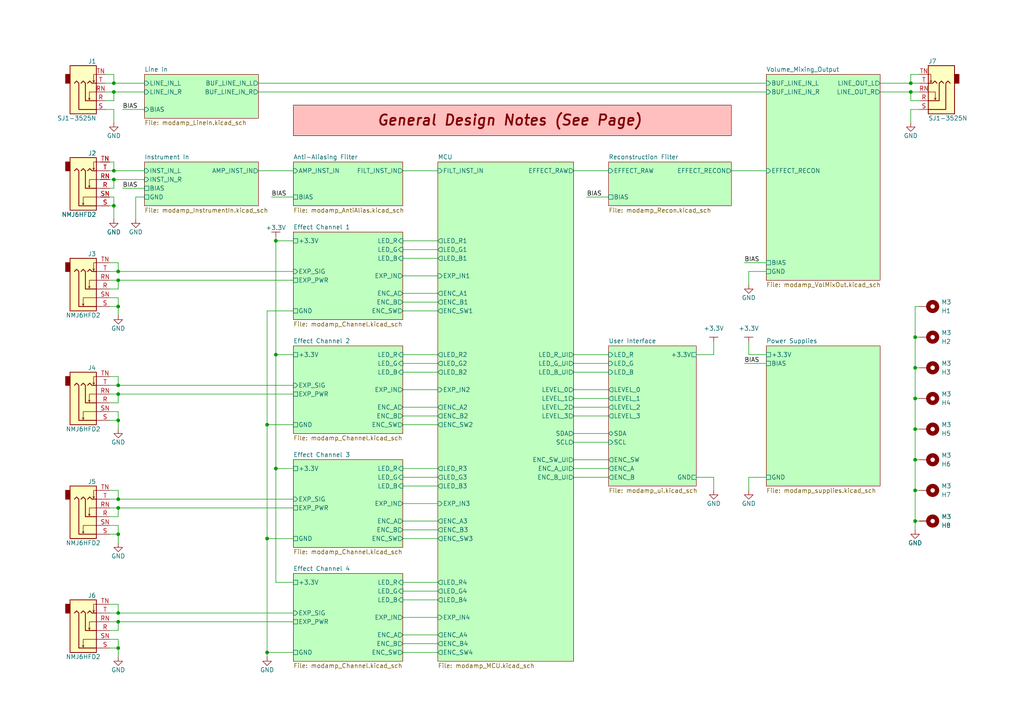
<source format=kicad_sch>
(kicad_sch (version 20230121) (generator eeschema)
  (paper "A4")
  (title_block (title "Digital Audio Effects Processor") (date "2023-11-26") (rev "A") (company "Ishaan Govindarajan"))
  (lib_symbols
    (symbol "Custom-Connector:NMJ6HFD2"
      (property "Reference" "J" (at 0 11.43 0))
      (property "Value" "NMJ6HFD2" (at 0 8.89 0))
      (symbol "NMJ6HFD2_0_1"
        (rectangle (start -6.35 -5.08) (end -7.62 -7.62) (stroke (width 0.254)) (fill (type outline)))
        (polyline (pts (xy -2.54 4.826) (xy -2.286 4.318)))
        (polyline (pts (xy -0.762 -0.254) (xy -0.508 -0.762)))
        (polyline (pts (xy 0.508 -5.334) (xy 0.762 -5.842)))
        (polyline (pts (xy 1.27 0) (xy 2.54 0)))
        (polyline (pts (xy 2.54 -5.08) (xy 1.27 -5.08)))
        (polyline (pts (xy 2.54 5.08) (xy 1.27 5.08)))
        (polyline (pts (xy -1.27 -5.08) (xy -0.635 -5.715) (xy 0 -5.08) (xy 1.27 -5.08)) (stroke (width 0.254)))
        (polyline (pts (xy 2.54 -7.62) (xy 0.508 -7.62) (xy 0.508 -5.334) (xy 0.254 -5.842)))
        (polyline (pts (xy 2.54 -2.54) (xy -0.762 -2.54) (xy -0.762 -0.254) (xy -1.016 -0.762)))
        (polyline (pts (xy 2.54 2.54) (xy -2.54 2.54) (xy -2.54 4.826) (xy -2.794 4.318)))
        (polyline (pts (xy -3.175 -5.08) (xy -2.54 -5.715) (xy -1.905 -5.08) (xy -1.905 0) (xy 1.27 0)) (stroke (width 0.254)))
        (polyline (pts (xy 1.27 5.08) (xy -3.81 5.08) (xy -3.81 -5.08) (xy -4.445 -5.715) (xy -5.08 -5.08)) (stroke (width 0.254)))
        (rectangle (start 1.27 6.35) (end -6.35 -8.89) (stroke (width 0.254)) (fill (type background)))
      )
      (symbol "NMJ6HFD2_1_1"
        (pin passive line (at 5.08 0 180) (length 2.54) (name "~") (number "R"))
        (pin passive line (at 5.08 -2.54 180) (length 2.54) (name "~") (number "RN"))
        (pin passive line (at 5.08 5.08 180) (length 2.54) (name "~") (number "S"))
        (pin passive line (at 5.08 2.54 180) (length 2.54) (name "~") (number "SN"))
        (pin passive line (at 5.08 -5.08 180) (length 2.54) (name "~") (number "T"))
        (pin passive line (at 5.08 -7.62 180) (length 2.54) (name "~") (number "TN"))
      )
    )
    (symbol "Custom-Connector:SJ1-3525N"
      (property "Reference" "J" (at 0 8.89 0))
      (property "Value" "SJ1-3525N" (at 0 6.35 0))
      (symbol "SJ1-3525N_0_1"
        (rectangle (start -5.08 -5.08) (end -6.35 -7.62) (stroke (width 0.254)) (fill (type outline)))
        (polyline (pts (xy 0.508 -0.254) (xy 0.762 -0.762)))
        (polyline (pts (xy 1.778 -5.334) (xy 2.032 -5.842)))
        (polyline (pts (xy 0 -5.08) (xy 0.635 -5.715) (xy 1.27 -5.08) (xy 2.54 -5.08)) (stroke (width 0.254)))
        (polyline (pts (xy 2.54 -7.62) (xy 1.778 -7.62) (xy 1.778 -5.334) (xy 1.524 -5.842)))
        (polyline (pts (xy 2.54 -2.54) (xy 0.508 -2.54) (xy 0.508 -0.254) (xy 0.254 -0.762)))
        (polyline (pts (xy -1.905 -5.08) (xy -1.27 -5.715) (xy -0.635 -5.08) (xy -0.635 0) (xy 2.54 0)) (stroke (width 0.254)))
        (polyline (pts (xy 2.54 2.54) (xy -2.54 2.54) (xy -2.54 -5.08) (xy -3.175 -5.715) (xy -3.81 -5.08)) (stroke (width 0.254)))
        (rectangle (start 2.54 3.81) (end -5.08 -10.16) (stroke (width 0.254)) (fill (type background)))
      )
      (symbol "SJ1-3525N_1_1"
        (pin passive line (at 5.08 0 180) (length 2.54) (name "~") (number "R"))
        (pin passive line (at 5.08 -2.54 180) (length 2.54) (name "~") (number "RN"))
        (pin passive line (at 5.08 2.54 180) (length 2.54) (name "~") (number "S"))
        (pin passive line (at 5.08 -5.08 180) (length 2.54) (name "~") (number "T"))
        (pin passive line (at 5.08 -7.62 180) (length 2.54) (name "~") (number "TN"))
      )
    )
    (symbol "Custom-PwrSym:+3.3V" (power) (pin_names (offset 0))
      (property "Value" "+3.3V" (at 0 2.54 0))
      (symbol "+3.3V_0_1"
        (polyline (pts (xy -1.27 1.27) (xy 1.27 1.27)))
        (polyline (pts (xy 0 0) (xy 0 1.27)))
      )
      (symbol "+3.3V_1_1"
        (pin power_in line (at 0 0 90) (length 0) hide (name "+3.3V") (number "1"))
      )
    )
    (symbol "Mechanical:MountingHole_Pad" (pin_numbers hide) (pin_names (offset 1.016) hide)
      (property "Reference" "H" (at 0 6.35 0))
      (property "Value" "MountingHole_Pad" (at 0 4.445 0))
      (symbol "MountingHole_Pad_0_1"
        (circle (center 0 1.27) (radius 1.27) (stroke (width 1.27)))
      )
      (symbol "MountingHole_Pad_1_1"
        (pin input line (at 0 -2.54 90) (length 2.54) (name "1") (number "1"))
      )
    )
    (symbol "power:GND" (power) (pin_names (offset 0))
      (property "Value" "GND" (at 0 -3.81 0))
      (symbol "GND_0_1"
        (polyline (pts (xy 0 0) (xy 0 -1.27) (xy 1.27 -1.27) (xy 0 -2.54) (xy -1.27 -1.27) (xy 0 -1.27)))
      )
      (symbol "GND_1_1"
        (pin power_in line (at 0 0 270) (length 0) hide (name "GND") (number "1"))
      )
    )
  )
  (junction (at 33.02 52.07))
  (junction (at 265.43 133.35))
  (junction (at 77.47 123.19))
  (junction (at 34.29 187.96))
  (junction (at 34.29 121.92))
  (junction (at 34.29 114.3))
  (junction (at 77.47 189.23))
  (junction (at 265.43 142.24))
  (junction (at 34.29 78.74))
  (junction (at 34.29 147.32))
  (junction (at 33.02 26.67))
  (junction (at 34.29 81.28))
  (junction (at 34.29 144.78))
  (junction (at 77.47 156.21))
  (junction (at 265.43 151.13))
  (junction (at 33.02 59.69))
  (junction (at 80.01 69.85))
  (junction (at 34.29 111.76))
  (junction (at 80.01 135.89))
  (junction (at 80.01 102.87))
  (junction (at 265.43 97.79))
  (junction (at 34.29 177.8))
  (junction (at 265.43 115.57))
  (junction (at 33.02 49.53))
  (junction (at 34.29 88.9))
  (junction (at 34.29 180.34))
  (junction (at 265.43 124.46))
  (junction (at 264.16 26.67))
  (junction (at 34.29 154.94))
  (junction (at 33.02 24.13))
  (junction (at 264.16 24.13))
  (junction (at 265.43 106.68))
  (wire (pts (xy 217.17 142.24) (xy 217.17 138.43)))
  (wire (pts (xy 31.75 81.28) (xy 34.29 81.28)))
  (wire (pts (xy 116.84 146.05) (xy 127 146.05)))
  (wire (pts (xy 34.29 88.9) (xy 34.29 91.44)))
  (wire (pts (xy 80.01 102.87) (xy 85.09 102.87)))
  (wire (pts (xy 116.84 90.17) (xy 127 90.17)))
  (wire (pts (xy 31.75 86.36) (xy 34.29 86.36)))
  (wire (pts (xy 31.75 46.99) (xy 33.02 46.99)))
  (wire (pts (xy 34.29 121.92) (xy 34.29 124.46)))
  (wire (pts (xy 166.37 128.27) (xy 176.53 128.27)))
  (wire (pts (xy 166.37 107.95) (xy 176.53 107.95)))
  (wire (pts (xy 33.02 26.67) (xy 33.02 29.21)))
  (wire (pts (xy 80.01 68.58) (xy 80.01 69.85)))
  (wire (pts (xy 207.01 138.43) (xy 201.93 138.43)))
  (wire (pts (xy 33.02 35.56) (xy 33.02 31.75)))
  (wire (pts (xy 34.29 114.3) (xy 85.09 114.3)))
  (wire (pts (xy 33.02 24.13) (xy 41.91 24.13)))
  (wire (pts (xy 266.7 97.79) (xy 265.43 97.79)))
  (wire (pts (xy 33.02 57.15) (xy 31.75 57.15)))
  (wire (pts (xy 85.09 189.23) (xy 77.47 189.23)))
  (wire (pts (xy 78.74 57.15) (xy 85.09 57.15)))
  (wire (pts (xy 166.37 118.11) (xy 176.53 118.11)))
  (wire (pts (xy 34.29 149.86) (xy 31.75 149.86)))
  (wire (pts (xy 85.09 144.78) (xy 34.29 144.78)))
  (wire (pts (xy 116.84 120.65) (xy 127 120.65)))
  (wire (pts (xy 85.09 111.76) (xy 34.29 111.76)))
  (wire (pts (xy 80.01 69.85) (xy 85.09 69.85)))
  (wire (pts (xy 116.84 189.23) (xy 127 189.23)))
  (wire (pts (xy 166.37 138.43) (xy 176.53 138.43)))
  (wire (pts (xy 33.02 29.21) (xy 30.48 29.21)))
  (wire (pts (xy 34.29 185.42) (xy 34.29 187.96)))
  (wire (pts (xy 34.29 147.32) (xy 34.29 149.86)))
  (wire (pts (xy 31.75 152.4) (xy 34.29 152.4)))
  (wire (pts (xy 255.27 26.67) (xy 264.16 26.67)))
  (wire (pts (xy 34.29 109.22) (xy 34.29 111.76)))
  (wire (pts (xy 166.37 125.73) (xy 176.53 125.73)))
  (wire (pts (xy 85.09 177.8) (xy 34.29 177.8)))
  (wire (pts (xy 116.84 102.87) (xy 127 102.87)))
  (wire (pts (xy 166.37 115.57) (xy 176.53 115.57)))
  (wire (pts (xy 34.29 86.36) (xy 34.29 88.9)))
  (wire (pts (xy 166.37 120.65) (xy 176.53 120.65)))
  (wire (pts (xy 74.93 24.13) (xy 222.25 24.13)))
  (wire (pts (xy 80.01 102.87) (xy 80.01 135.89)))
  (wire (pts (xy 217.17 138.43) (xy 222.25 138.43)))
  (wire (pts (xy 80.01 135.89) (xy 80.01 168.91)))
  (wire (pts (xy 77.47 123.19) (xy 77.47 156.21)))
  (wire (pts (xy 116.84 113.03) (xy 127 113.03)))
  (wire (pts (xy 31.75 88.9) (xy 34.29 88.9)))
  (wire (pts (xy 74.93 26.67) (xy 222.25 26.67)))
  (wire (pts (xy 33.02 26.67) (xy 41.91 26.67)))
  (wire (pts (xy 34.29 76.2) (xy 34.29 78.74)))
  (wire (pts (xy 116.84 118.11) (xy 127 118.11)))
  (wire (pts (xy 166.37 49.53) (xy 176.53 49.53)))
  (wire (pts (xy 31.75 180.34) (xy 34.29 180.34)))
  (wire (pts (xy 31.75 187.96) (xy 34.29 187.96)))
  (wire (pts (xy 116.84 74.93) (xy 127 74.93)))
  (wire (pts (xy 265.43 106.68) (xy 265.43 115.57)))
  (wire (pts (xy 265.43 151.13) (xy 265.43 153.67)))
  (wire (pts (xy 116.84 179.07) (xy 127 179.07)))
  (wire (pts (xy 34.29 152.4) (xy 34.29 154.94)))
  (wire (pts (xy 264.16 26.67) (xy 264.16 29.21)))
  (wire (pts (xy 34.29 119.38) (xy 34.29 121.92)))
  (wire (pts (xy 31.75 175.26) (xy 34.29 175.26)))
  (wire (pts (xy 31.75 59.69) (xy 33.02 59.69)))
  (wire (pts (xy 116.84 186.69) (xy 127 186.69)))
  (wire (pts (xy 266.7 88.9) (xy 265.43 88.9)))
  (wire (pts (xy 31.75 177.8) (xy 34.29 177.8)))
  (wire (pts (xy 31.75 111.76) (xy 34.29 111.76)))
  (wire (pts (xy 77.47 189.23) (xy 77.47 190.5)))
  (wire (pts (xy 207.01 142.24) (xy 207.01 138.43)))
  (wire (pts (xy 116.84 49.53) (xy 127 49.53)))
  (wire (pts (xy 33.02 49.53) (xy 41.91 49.53)))
  (wire (pts (xy 215.9 105.41) (xy 222.25 105.41)))
  (wire (pts (xy 34.29 114.3) (xy 34.29 116.84)))
  (wire (pts (xy 77.47 156.21) (xy 77.47 189.23)))
  (wire (pts (xy 85.09 90.17) (xy 77.47 90.17)))
  (wire (pts (xy 116.84 153.67) (xy 127 153.67)))
  (wire (pts (xy 207.01 102.87) (xy 201.93 102.87)))
  (wire (pts (xy 264.16 24.13) (xy 266.7 24.13)))
  (wire (pts (xy 116.84 138.43) (xy 127 138.43)))
  (wire (pts (xy 116.84 135.89) (xy 127 135.89)))
  (wire (pts (xy 33.02 59.69) (xy 33.02 63.5)))
  (wire (pts (xy 166.37 102.87) (xy 176.53 102.87)))
  (wire (pts (xy 166.37 135.89) (xy 176.53 135.89)))
  (wire (pts (xy 116.84 140.97) (xy 127 140.97)))
  (wire (pts (xy 264.16 31.75) (xy 266.7 31.75)))
  (wire (pts (xy 217.17 102.87) (xy 222.25 102.87)))
  (wire (pts (xy 116.84 85.09) (xy 127 85.09)))
  (wire (pts (xy 116.84 156.21) (xy 127 156.21)))
  (wire (pts (xy 166.37 113.03) (xy 176.53 113.03)))
  (wire (pts (xy 116.84 171.45) (xy 127 171.45)))
  (wire (pts (xy 265.43 124.46) (xy 265.43 133.35)))
  (wire (pts (xy 265.43 115.57) (xy 265.43 124.46)))
  (wire (pts (xy 31.75 121.92) (xy 34.29 121.92)))
  (wire (pts (xy 264.16 29.21) (xy 266.7 29.21)))
  (wire (pts (xy 85.09 78.74) (xy 34.29 78.74)))
  (wire (pts (xy 217.17 78.74) (xy 222.25 78.74)))
  (wire (pts (xy 80.01 168.91) (xy 85.09 168.91)))
  (wire (pts (xy 34.29 187.96) (xy 34.29 190.5)))
  (wire (pts (xy 31.75 154.94) (xy 34.29 154.94)))
  (wire (pts (xy 215.9 76.2) (xy 222.25 76.2)))
  (wire (pts (xy 34.29 81.28) (xy 34.29 83.82)))
  (wire (pts (xy 34.29 182.88) (xy 31.75 182.88)))
  (wire (pts (xy 34.29 154.94) (xy 34.29 157.48)))
  (wire (pts (xy 212.09 49.53) (xy 222.25 49.53)))
  (wire (pts (xy 265.43 88.9) (xy 265.43 97.79)))
  (wire (pts (xy 116.84 105.41) (xy 127 105.41)))
  (wire (pts (xy 31.75 147.32) (xy 34.29 147.32)))
  (wire (pts (xy 116.84 80.01) (xy 127 80.01)))
  (wire (pts (xy 31.75 109.22) (xy 34.29 109.22)))
  (wire (pts (xy 264.16 26.67) (xy 266.7 26.67)))
  (wire (pts (xy 266.7 115.57) (xy 265.43 115.57)))
  (wire (pts (xy 116.84 123.19) (xy 127 123.19)))
  (wire (pts (xy 266.7 133.35) (xy 265.43 133.35)))
  (wire (pts (xy 33.02 26.67) (xy 30.48 26.67)))
  (wire (pts (xy 116.84 107.95) (xy 127 107.95)))
  (wire (pts (xy 33.02 31.75) (xy 30.48 31.75)))
  (wire (pts (xy 31.75 54.61) (xy 33.02 54.61)))
  (wire (pts (xy 217.17 99.06) (xy 217.17 102.87)))
  (wire (pts (xy 31.75 76.2) (xy 34.29 76.2)))
  (wire (pts (xy 170.18 57.15) (xy 176.53 57.15)))
  (wire (pts (xy 116.84 72.39) (xy 127 72.39)))
  (wire (pts (xy 34.29 81.28) (xy 85.09 81.28)))
  (wire (pts (xy 39.37 57.15) (xy 39.37 63.5)))
  (wire (pts (xy 33.02 52.07) (xy 41.91 52.07)))
  (wire (pts (xy 264.16 24.13) (xy 264.16 21.59)))
  (wire (pts (xy 39.37 57.15) (xy 41.91 57.15)))
  (wire (pts (xy 74.93 49.53) (xy 85.09 49.53)))
  (wire (pts (xy 31.75 144.78) (xy 34.29 144.78)))
  (wire (pts (xy 264.16 35.56) (xy 264.16 31.75)))
  (wire (pts (xy 34.29 180.34) (xy 34.29 182.88)))
  (wire (pts (xy 33.02 24.13) (xy 30.48 24.13)))
  (wire (pts (xy 35.56 31.75) (xy 41.91 31.75)))
  (wire (pts (xy 77.47 90.17) (xy 77.47 123.19)))
  (wire (pts (xy 31.75 78.74) (xy 34.29 78.74)))
  (wire (pts (xy 34.29 147.32) (xy 85.09 147.32)))
  (wire (pts (xy 217.17 82.55) (xy 217.17 78.74)))
  (wire (pts (xy 80.01 69.85) (xy 80.01 102.87)))
  (wire (pts (xy 85.09 123.19) (xy 77.47 123.19)))
  (wire (pts (xy 266.7 142.24) (xy 265.43 142.24)))
  (wire (pts (xy 34.29 116.84) (xy 31.75 116.84)))
  (wire (pts (xy 116.84 173.99) (xy 127 173.99)))
  (wire (pts (xy 34.29 142.24) (xy 34.29 144.78)))
  (wire (pts (xy 31.75 142.24) (xy 34.29 142.24)))
  (wire (pts (xy 116.84 69.85) (xy 127 69.85)))
  (wire (pts (xy 31.75 52.07) (xy 33.02 52.07)))
  (wire (pts (xy 33.02 54.61) (xy 33.02 52.07)))
  (wire (pts (xy 31.75 49.53) (xy 33.02 49.53)))
  (wire (pts (xy 265.43 97.79) (xy 265.43 106.68)))
  (wire (pts (xy 31.75 119.38) (xy 34.29 119.38)))
  (wire (pts (xy 33.02 21.59) (xy 30.48 21.59)))
  (wire (pts (xy 33.02 46.99) (xy 33.02 49.53)))
  (wire (pts (xy 116.84 168.91) (xy 127 168.91)))
  (wire (pts (xy 166.37 133.35) (xy 176.53 133.35)))
  (wire (pts (xy 35.56 54.61) (xy 41.91 54.61)))
  (wire (pts (xy 207.01 99.06) (xy 207.01 102.87)))
  (wire (pts (xy 266.7 124.46) (xy 265.43 124.46)))
  (wire (pts (xy 80.01 135.89) (xy 85.09 135.89)))
  (wire (pts (xy 116.84 87.63) (xy 127 87.63)))
  (wire (pts (xy 265.43 151.13) (xy 266.7 151.13)))
  (wire (pts (xy 31.75 114.3) (xy 34.29 114.3)))
  (wire (pts (xy 85.09 156.21) (xy 77.47 156.21)))
  (wire (pts (xy 31.75 185.42) (xy 34.29 185.42)))
  (wire (pts (xy 33.02 24.13) (xy 33.02 21.59)))
  (wire (pts (xy 166.37 105.41) (xy 176.53 105.41)))
  (wire (pts (xy 34.29 175.26) (xy 34.29 177.8)))
  (wire (pts (xy 116.84 184.15) (xy 127 184.15)))
  (wire (pts (xy 33.02 57.15) (xy 33.02 59.69)))
  (wire (pts (xy 265.43 142.24) (xy 265.43 151.13)))
  (wire (pts (xy 255.27 24.13) (xy 264.16 24.13)))
  (wire (pts (xy 116.84 151.13) (xy 127 151.13)))
  (wire (pts (xy 264.16 21.59) (xy 266.7 21.59)))
  (wire (pts (xy 34.29 83.82) (xy 31.75 83.82)))
  (wire (pts (xy 266.7 106.68) (xy 265.43 106.68)))
  (wire (pts (xy 265.43 133.35) (xy 265.43 142.24)))
  (wire (pts (xy 34.29 180.34) (xy 85.09 180.34)))
  (text "General Design Notes (See Page)" (at 109.22 36.83 0) (effects (font (size 3 3) (thickness 0.508) bold italic) (justify left bottom)))
  (label "BIAS" (at 35.56 31.75 0))
  (label "BIAS" (at 78.74 57.15 0))
  (label "BIAS" (at 35.56 54.61 0))
  (label "BIAS" (at 170.18 57.15 0))
  (label "BIAS" (at 215.9 76.2 0))
  (label "BIAS" (at 215.9 105.41 0))
  (symbol (lib_id "Custom-Connector:SJ1-3525N") (at 271.78 29.21 180) (unit 1)
    (property "Reference" "J7" (at 269.24 17.78 0) (effects (justify right)))
    (property "Value" "SJ1-3525N" (at 269.24 34.29 0) (effects (justify right)))
    (property "Footprint" "Custom-Connector:PJ-307" (effects hide))
    (property "Datasheet" "https://www.cuidevices.com/product/resource/sj1-352xn.pdf" (effects hide))
    (property "Manufacturer" "CUI Devices" (effects hide))
    (property "Part Number" "SJ1-3525N" (effects hide))
  )
  (symbol (lib_id "Mechanical:MountingHole_Pad") (at 269.24 142.24 270) (unit 1) (in_bom no)
    (property "Reference" "H7" (at 273.05 143.51 90) (effects (justify left)))
    (property "Value" "M3" (at 273.05 140.97 90) (effects (justify left)))
    (property "Footprint" "MountingHole:MountingHole_3.2mm_M3_Pad" (effects hide))
  )
  (symbol (lib_id "power:GND") (at 33.02 35.56 0) (mirror y) (unit 1)
    (property "Reference" "#PWR01" (effects hide))
    (property "Value" "GND" (at 33.02 39.37 0))
  )
  (symbol (lib_id "Custom-Connector:NMJ6HFD2") (at 26.67 83.82 0) (mirror x) (unit 1)
    (property "Reference" "J3" (at 26.67 73.66 0))
    (property "Value" "NMJ6HFD2" (at 24.13 91.44 0))
    (property "Footprint" "Custom-Connector:Jack_6.35mm_Neutrik_NMJ6HFD2_Horizontal" (effects hide))
    (property "Datasheet" "https://www.neutrik.com/media/8586/download/st-nmj6hfd2.PDF?v=4" (effects hide))
    (property "Manufacturer" "Neutrik" (effects hide))
    (property "Part Number" "NMJ6HFD2" (effects hide))
  )
  (symbol (lib_id "power:GND") (at 34.29 190.5 0) (mirror y) (unit 1)
    (property "Reference" "#PWR026" (effects hide))
    (property "Value" "GND" (at 34.29 194.31 0))
  )
  (symbol (lib_id "Mechanical:MountingHole_Pad") (at 269.24 88.9 270) (unit 1) (in_bom no)
    (property "Reference" "H1" (at 273.05 90.17 90) (effects (justify left)))
    (property "Value" "M3" (at 273.05 87.63 90) (effects (justify left)))
    (property "Footprint" "MountingHole:MountingHole_3.2mm_M3_Pad" (effects hide))
  )
  (symbol (lib_id "Custom-Connector:NMJ6HFD2") (at 26.67 116.84 0) (mirror x) (unit 1)
    (property "Reference" "J4" (at 26.67 106.68 0))
    (property "Value" "NMJ6HFD2" (at 24.13 124.46 0))
    (property "Footprint" "Custom-Connector:Jack_6.35mm_Neutrik_NMJ6HFD2_Horizontal" (effects hide))
    (property "Datasheet" "https://www.neutrik.com/media/8586/download/st-nmj6hfd2.PDF?v=4" (effects hide))
    (property "Manufacturer" "Neutrik" (effects hide))
    (property "Part Number" "NMJ6HFD2" (effects hide))
  )
  (symbol (lib_id "Mechanical:MountingHole_Pad") (at 269.24 106.68 270) (unit 1) (in_bom no)
    (property "Reference" "H3" (at 273.05 107.95 90) (effects (justify left)))
    (property "Value" "M3" (at 273.05 105.41 90) (effects (justify left)))
    (property "Footprint" "MountingHole:MountingHole_3.2mm_M3_Pad" (effects hide))
  )
  (symbol (lib_id "power:GND") (at 39.37 63.5 0) (unit 1)
    (property "Reference" "#PWR022" (effects hide))
    (property "Value" "GND" (at 39.37 67.31 0))
  )
  (symbol (lib_id "Custom-PwrSym:+3.3V") (at 80.01 68.58 0) (unit 1)
    (property "Reference" "#PWR04" (effects hide))
    (property "Value" "+3.3V" (at 80.01 66.04 0))
  )
  (symbol (lib_id "power:GND") (at 217.17 142.24 0) (unit 1)
    (property "Reference" "#PWR09" (effects hide))
    (property "Value" "GND" (at 217.17 146.05 0))
  )
  (symbol (lib_id "Mechanical:MountingHole_Pad") (at 269.24 97.79 270) (unit 1) (in_bom no)
    (property "Reference" "H2" (at 273.05 99.06 90) (effects (justify left)))
    (property "Value" "M3" (at 273.05 96.52 90) (effects (justify left)))
    (property "Footprint" "MountingHole:MountingHole_3.2mm_M3_Pad" (effects hide))
  )
  (symbol (lib_id "power:GND") (at 34.29 157.48 0) (mirror y) (unit 1)
    (property "Reference" "#PWR023" (effects hide))
    (property "Value" "GND" (at 34.29 161.29 0))
  )
  (symbol (lib_id "Mechanical:MountingHole_Pad") (at 269.24 151.13 270) (unit 1) (in_bom no)
    (property "Reference" "H8" (at 273.05 152.4 90) (effects (justify left)))
    (property "Value" "M3" (at 273.05 149.86 90) (effects (justify left)))
    (property "Footprint" "MountingHole:MountingHole_3.2mm_M3_Pad" (effects hide))
  )
  (symbol (lib_id "power:GND") (at 33.02 63.5 0) (mirror y) (unit 1)
    (property "Reference" "#PWR02" (effects hide))
    (property "Value" "GND" (at 33.02 67.31 0))
  )
  (symbol (lib_id "power:GND") (at 264.16 35.56 0) (unit 1)
    (property "Reference" "#PWR010" (effects hide))
    (property "Value" "GND" (at 264.16 39.37 0))
  )
  (symbol (lib_id "power:GND") (at 207.01 142.24 0) (mirror y) (unit 1)
    (property "Reference" "#PWR06" (effects hide))
    (property "Value" "GND" (at 207.01 146.05 0))
  )
  (symbol (lib_id "power:GND") (at 77.47 190.5 0) (unit 1)
    (property "Reference" "#PWR03" (effects hide))
    (property "Value" "GND" (at 77.47 194.31 0))
  )
  (symbol (lib_id "power:GND") (at 265.43 153.67 0) (mirror y) (unit 1)
    (property "Reference" "#PWR027" (effects hide))
    (property "Value" "GND" (at 265.43 157.48 0))
  )
  (symbol (lib_id "Custom-Connector:NMJ6HFD2") (at 26.67 182.88 0) (mirror x) (unit 1)
    (property "Reference" "J6" (at 26.67 172.72 0))
    (property "Value" "NMJ6HFD2" (at 24.13 190.5 0))
    (property "Footprint" "Custom-Connector:Jack_6.35mm_Neutrik_NMJ6HFD2_Horizontal" (effects hide))
    (property "Datasheet" "https://www.neutrik.com/media/8586/download/st-nmj6hfd2.PDF?v=4" (effects hide))
    (property "Manufacturer" "Neutrik" (effects hide))
    (property "Part Number" "NMJ6HFD2" (effects hide))
  )
  (symbol (lib_id "Custom-PwrSym:+3.3V") (at 217.17 99.06 0) (unit 1)
    (property "Reference" "#PWR08" (effects hide))
    (property "Value" "+3.3V" (at 217.17 95.25 0))
  )
  (symbol (lib_id "Custom-Connector:NMJ6HFD2") (at 26.67 149.86 0) (mirror x) (unit 1)
    (property "Reference" "J5" (at 26.67 139.7 0))
    (property "Value" "NMJ6HFD2" (at 24.13 157.48 0))
    (property "Footprint" "Custom-Connector:Jack_6.35mm_Neutrik_NMJ6HFD2_Horizontal" (effects hide))
    (property "Datasheet" "https://www.neutrik.com/media/8586/download/st-nmj6hfd2.PDF?v=4" (effects hide))
    (property "Manufacturer" "Neutrik" (effects hide))
    (property "Part Number" "NMJ6HFD2" (effects hide))
  )
  (symbol (lib_id "Mechanical:MountingHole_Pad") (at 269.24 133.35 270) (unit 1) (in_bom no)
    (property "Reference" "H6" (at 273.05 134.62 90) (effects (justify left)))
    (property "Value" "M3" (at 273.05 132.08 90) (effects (justify left)))
    (property "Footprint" "MountingHole:MountingHole_3.2mm_M3_Pad" (effects hide))
  )
  (symbol (lib_id "power:GND") (at 34.29 124.46 0) (mirror y) (unit 1)
    (property "Reference" "#PWR024" (effects hide))
    (property "Value" "GND" (at 34.29 128.27 0))
  )
  (symbol (lib_id "power:GND") (at 217.17 82.55 0) (unit 1)
    (property "Reference" "#PWR07" (effects hide))
    (property "Value" "GND" (at 217.17 86.36 0))
  )
  (symbol (lib_id "Mechanical:MountingHole_Pad") (at 269.24 124.46 270) (unit 1) (in_bom no)
    (property "Reference" "H5" (at 273.05 125.73 90) (effects (justify left)))
    (property "Value" "M3" (at 273.05 123.19 90) (effects (justify left)))
    (property "Footprint" "MountingHole:MountingHole_3.2mm_M3_Pad" (effects hide))
  )
  (symbol (lib_id "Mechanical:MountingHole_Pad") (at 269.24 115.57 270) (unit 1) (in_bom no)
    (property "Reference" "H4" (at 273.05 116.84 90) (effects (justify left)))
    (property "Value" "M3" (at 273.05 114.3 90) (effects (justify left)))
    (property "Footprint" "MountingHole:MountingHole_3.2mm_M3_Pad" (effects hide))
  )
  (symbol (lib_id "Custom-PwrSym:+3.3V") (at 207.01 99.06 0) (mirror y) (unit 1)
    (property "Reference" "#PWR05" (effects hide))
    (property "Value" "+3.3V" (at 207.01 95.25 0))
  )
  (symbol (lib_id "Custom-Connector:NMJ6HFD2") (at 26.67 54.61 0) (mirror x) (unit 1)
    (property "Reference" "J2" (at 27.94 44.45 0) (effects (justify right)))
    (property "Value" "NMJ6HFD2" (at 27.94 62.23 0) (effects (justify right)))
    (property "Footprint" "Custom-Connector:Jack_6.35mm_Neutrik_NMJ6HFD2_Horizontal" (effects hide))
    (property "Datasheet" "https://www.neutrik.com/media/8586/download/st-nmj6hfd2.PDF?v=4" (effects hide))
    (property "Manufacturer" "Neutrik" (effects hide))
    (property "Part Number" "NMJ6HFD2" (effects hide))
  )
  (symbol (lib_id "power:GND") (at 34.29 91.44 0) (mirror y) (unit 1)
    (property "Reference" "#PWR025" (effects hide))
    (property "Value" "GND" (at 34.29 95.25 0))
  )
  (symbol (lib_id "Custom-Connector:SJ1-3525N") (at 25.4 29.21 0) (mirror x) (unit 1)
    (property "Reference" "J1" (at 27.94 17.78 0) (effects (justify right)))
    (property "Value" "SJ1-3525N" (at 27.94 34.29 0) (effects (justify right)))
    (property "Footprint" "Custom-Connector:PJ-307" (effects hide))
    (property "Datasheet" "https://www.cuidevices.com/product/resource/sj1-352xn.pdf" (effects hide))
    (property "Manufacturer" "CUI Devices" (effects hide))
    (property "Part Number" "SJ1-3525N" (effects hide))
  )
  (sheet (at 85.09 46.99) (size 31.75 12.7) (stroke (width 0.1524)) (fill (color 191 255 191 1.0000))
    (property "Sheetname" "Anti-Aliasing Filter" (at 85.09 46.2784 0) (effects (justify left bottom)))
    (property "Sheetfile" "modamp_AntiAlias.kicad_sch" (at 85.09 60.2746 0) (effects (justify left top)))
    (pin "FILT_INST_IN" output (at 116.84 49.53 0))
    (pin "AMP_INST_IN" input (at 85.09 49.53 180))
    (pin "BIAS" passive (at 85.09 57.15 180))
  )
  (sheet (at 222.25 100.33) (size 33.02 40.64) (stroke (width 0.1524)) (fill (color 191 255 191 1.0000))
    (property "Sheetname" "Power Supplies" (at 222.25 99.6184 0) (effects (justify left bottom)))
    (property "Sheetfile" "modamp_supplies.kicad_sch" (at 222.25 141.5546 0) (effects (justify left top)))
    (pin "+3.3V" passive (at 222.25 102.87 180))
    (pin "GND" passive (at 222.25 138.43 180))
    (pin "BIAS" passive (at 222.25 105.41 180))
  )
  (sheet (at 85.09 166.37) (size 31.75 25.4) (stroke (width 0.1524)) (fill (color 191 255 191 1.0000))
    (property "Sheetname" "Effect Channel 4" (at 85.09 165.6584 0) (effects (justify left bottom)))
    (property "Sheetfile" "modamp_Channel.kicad_sch" (at 85.09 192.3546 0) (effects (justify left top)))
    (pin "LED_R" input (at 116.84 168.91 0))
    (pin "LED_G" input (at 116.84 171.45 0))
    (pin "LED_B" input (at 116.84 173.99 0))
    (pin "+3.3V" passive (at 85.09 168.91 180))
    (pin "EXP_IN" output (at 116.84 179.07 0))
    (pin "GND" passive (at 85.09 189.23 180))
    (pin "ENC_A" output (at 116.84 184.15 0))
    (pin "ENC_B" output (at 116.84 186.69 0))
    (pin "ENC_SW" output (at 116.84 189.23 0))
    (pin "EXP_SIG" input (at 85.09 177.8 180))
    (pin "EXP_PWR" passive (at 85.09 180.34 180))
  )
  (sheet (at 176.53 46.99) (size 35.56 12.7) (stroke (width 0.1524)) (fill (color 191 255 191 1.0000))
    (property "Sheetname" "Reconstruction Filter" (at 176.53 46.2784 0) (effects (justify left bottom)))
    (property "Sheetfile" "modamp_Recon.kicad_sch" (at 176.53 60.2746 0) (effects (justify left top)))
    (pin "BIAS" passive (at 176.53 57.15 180))
    (pin "EFFECT_RECON" output (at 212.09 49.53 0))
    (pin "EFFECT_RAW" input (at 176.53 49.53 180))
  )
  (sheet (at 176.53 100.33) (size 25.4 40.64) (stroke (width 0.1524)) (fill (color 191 255 191 1.0000))
    (property "Sheetname" "User Interface" (at 176.53 99.6184 0) (effects (justify left bottom)))
    (property "Sheetfile" "modamp_ui.kicad_sch" (at 176.53 141.5546 0) (effects (justify left top)))
    (pin "LEVEL_2" output (at 176.53 118.11 180))
    (pin "LEVEL_1" output (at 176.53 115.57 180))
    (pin "LEVEL_0" output (at 176.53 113.03 180))
    (pin "+3.3V" passive (at 201.93 102.87 0))
    (pin "SDA" bidirectional (at 176.53 125.73 180))
    (pin "SCL" input (at 176.53 128.27 180))
    (pin "LEVEL_3" output (at 176.53 120.65 180))
    (pin "ENC_SW" output (at 176.53 133.35 180))
    (pin "ENC_A" output (at 176.53 135.89 180))
    (pin "ENC_B" output (at 176.53 138.43 180))
    (pin "GND" passive (at 201.93 138.43 0))
    (pin "LED_R" input (at 176.53 102.87 180))
    (pin "LED_G" input (at 176.53 105.41 180))
    (pin "LED_B" input (at 176.53 107.95 180))
  )
  (sheet (at 41.91 46.99) (size 33.02 12.7) (stroke (width 0.1524)) (fill (color 191 255 191 1.0000))
    (property "Sheetname" "Instrument In" (at 41.91 46.2784 0) (effects (justify left bottom)))
    (property "Sheetfile" "modamp_InstrumentIn.kicad_sch" (at 41.91 60.2746 0) (effects (justify left top)))
    (pin "BIAS" passive (at 41.91 54.61 180))
    (pin "AMP_INST_IN" output (at 74.93 49.53 0))
    (pin "INST_IN_L" input (at 41.91 49.53 180))
    (pin "INST_IN_R" input (at 41.91 52.07 180))
    (pin "GND" passive (at 41.91 57.15 180))
  )
  (sheet (at 85.09 30.48) (size 127 8.89) (stroke (width 0.1524)) (fill (color 255 191 191 1.0000))
    (property "Sheetname" "Design Notes" (effects hide))
    (property "Sheetfile" "modamp_DesignNotes.kicad_sch" (effects hide))
  )
  (sheet (at 85.09 100.33) (size 31.75 25.4) (stroke (width 0.1524)) (fill (color 191 255 191 1.0000))
    (property "Sheetname" "Effect Channel 2" (at 85.09 99.6184 0) (effects (justify left bottom)))
    (property "Sheetfile" "modamp_Channel.kicad_sch" (at 85.09 126.3146 0) (effects (justify left top)))
    (pin "LED_R" input (at 116.84 102.87 0))
    (pin "LED_G" input (at 116.84 105.41 0))
    (pin "LED_B" input (at 116.84 107.95 0))
    (pin "+3.3V" passive (at 85.09 102.87 180))
    (pin "EXP_IN" output (at 116.84 113.03 0))
    (pin "GND" passive (at 85.09 123.19 180))
    (pin "ENC_A" output (at 116.84 118.11 0))
    (pin "ENC_B" output (at 116.84 120.65 0))
    (pin "ENC_SW" output (at 116.84 123.19 0))
    (pin "EXP_SIG" input (at 85.09 111.76 180))
    (pin "EXP_PWR" passive (at 85.09 114.3 180))
  )
  (sheet (at 127 46.99) (size 39.37 144.78) (stroke (width 0.1524)) (fill (color 191 255 191 1.0000))
    (property "Sheetname" "MCU" (at 127 46.2784 0) (effects (justify left bottom)))
    (property "Sheetfile" "modamp_MCU.kicad_sch" (at 127 192.3546 0) (effects (justify left top)))
    (pin "LED_B3" output (at 127 140.97 180))
    (pin "LED_R4" output (at 127 168.91 180))
    (pin "LED_G4" output (at 127 171.45 180))
    (pin "LED_B4" output (at 127 173.99 180))
    (pin "LED_R2" output (at 127 102.87 180))
    (pin "LED_G2" output (at 127 105.41 180))
    (pin "LED_B2" output (at 127 107.95 180))
    (pin "LED_R1" output (at 127 69.85 180))
    (pin "LED_G1" output (at 127 72.39 180))
    (pin "LED_B1" output (at 127 74.93 180))
    (pin "LED_R3" output (at 127 135.89 180))
    (pin "LED_G3" output (at 127 138.43 180))
    (pin "EFFECT_RAW" output (at 166.37 49.53 0))
    (pin "SCL" output (at 166.37 128.27 0))
    (pin "FILT_INST_IN" input (at 127 49.53 180))
    (pin "EXP_IN1" input (at 127 80.01 180))
    (pin "EXP_IN2" input (at 127 113.03 180))
    (pin "EXP_IN3" input (at 127 146.05 180))
    (pin "EXP_IN4" input (at 127 179.07 180))
    (pin "SDA" output (at 166.37 125.73 0))
    (pin "LED_G_UI" output (at 166.37 105.41 0))
    (pin "LED_R_UI" output (at 166.37 102.87 0))
    (pin "LED_B_UI" output (at 166.37 107.95 0))
    (pin "LEVEL_2" output (at 166.37 118.11 0))
    (pin "LEVEL_0" output (at 166.37 113.03 0))
    (pin "LEVEL_1" output (at 166.37 115.57 0))
    (pin "LEVEL_3" output (at 166.37 120.65 0))
    (pin "ENC_A_UI" output (at 166.37 135.89 0))
    (pin "ENC_B4" output (at 127 186.69 180))
    (pin "ENC_SW1" output (at 127 90.17 180))
    (pin "ENC_SW4" output (at 127 189.23 180))
    (pin "ENC_SW3" output (at 127 156.21 180))
    (pin "ENC_SW_UI" output (at 166.37 133.35 0))
    (pin "ENC_SW2" output (at 127 123.19 180))
    (pin "ENC_A3" output (at 127 151.13 180))
    (pin "ENC_B3" output (at 127 153.67 180))
    (pin "ENC_B2" output (at 127 120.65 180))
    (pin "ENC_A4" output (at 127 184.15 180))
    (pin "ENC_A1" output (at 127 85.09 180))
    (pin "ENC_A2" output (at 127 118.11 180))
    (pin "ENC_B1" output (at 127 87.63 180))
    (pin "ENC_B_UI" output (at 166.37 138.43 0))
  )
  (sheet (at 222.25 21.59) (size 33.02 59.69) (stroke (width 0.1524)) (fill (color 191 255 191 1.0000))
    (property "Sheetname" "Volume_Mixing_Output" (at 222.25 20.8784 0) (effects (justify left bottom)))
    (property "Sheetfile" "modamp_VolMixOut.kicad_sch" (at 222.25 81.8646 0) (effects (justify left top)))
    (pin "LINE_OUT_R" output (at 255.27 26.67 0))
    (pin "LINE_OUT_L" output (at 255.27 24.13 0))
    (pin "BUF_LINE_IN_L" input (at 222.25 24.13 180))
    (pin "GND" passive (at 222.25 78.74 180))
    (pin "BIAS" passive (at 222.25 76.2 180))
    (pin "BUF_LINE_IN_R" input (at 222.25 26.67 180))
    (pin "EFFECT_RECON" input (at 222.25 49.53 180))
  )
  (sheet (at 41.91 21.59) (size 33.02 12.7) (stroke (width 0.1524)) (fill (color 191 255 191 1.0000))
    (property "Sheetname" "Line In" (at 41.91 20.8784 0) (effects (justify left bottom)))
    (property "Sheetfile" "modamp_LineIn.kicad_sch" (at 41.91 34.8746 0) (effects (justify left top)))
    (pin "BUF_LINE_IN_R" output (at 74.93 26.67 0))
    (pin "BUF_LINE_IN_L" output (at 74.93 24.13 0))
    (pin "LINE_IN_L" input (at 41.91 24.13 180))
    (pin "BIAS" input (at 41.91 31.75 180))
    (pin "LINE_IN_R" input (at 41.91 26.67 180))
  )
  (sheet (at 85.09 133.35) (size 31.75 25.4) (stroke (width 0.1524)) (fill (color 191 255 191 1.0000))
    (property "Sheetname" "Effect Channel 3" (at 85.09 132.6384 0) (effects (justify left bottom)))
    (property "Sheetfile" "modamp_Channel.kicad_sch" (at 85.09 159.3346 0) (effects (justify left top)))
    (pin "LED_R" input (at 116.84 135.89 0))
    (pin "LED_G" input (at 116.84 138.43 0))
    (pin "LED_B" input (at 116.84 140.97 0))
    (pin "+3.3V" passive (at 85.09 135.89 180))
    (pin "EXP_IN" output (at 116.84 146.05 0))
    (pin "GND" passive (at 85.09 156.21 180))
    (pin "ENC_A" output (at 116.84 151.13 0))
    (pin "ENC_B" output (at 116.84 153.67 0))
    (pin "ENC_SW" output (at 116.84 156.21 0))
    (pin "EXP_SIG" input (at 85.09 144.78 180))
    (pin "EXP_PWR" passive (at 85.09 147.32 180))
  )
  (sheet (at 85.09 67.31) (size 31.75 25.4) (stroke (width 0.1524)) (fill (color 191 255 191 1.0000))
    (property "Sheetname" "Effect Channel 1" (at 85.09 66.5984 0) (effects (justify left bottom)))
    (property "Sheetfile" "modamp_Channel.kicad_sch" (at 85.09 93.2946 0) (effects (justify left top)))
    (pin "LED_R" input (at 116.84 69.85 0))
    (pin "LED_G" input (at 116.84 72.39 0))
    (pin "LED_B" input (at 116.84 74.93 0))
    (pin "+3.3V" passive (at 85.09 69.85 180))
    (pin "EXP_IN" output (at 116.84 80.01 0))
    (pin "GND" passive (at 85.09 90.17 180))
    (pin "ENC_A" output (at 116.84 85.09 0))
    (pin "ENC_B" output (at 116.84 87.63 0))
    (pin "ENC_SW" output (at 116.84 90.17 0))
    (pin "EXP_SIG" input (at 85.09 78.74 180))
    (pin "EXP_PWR" passive (at 85.09 81.28 180))
  )
)
</source>
